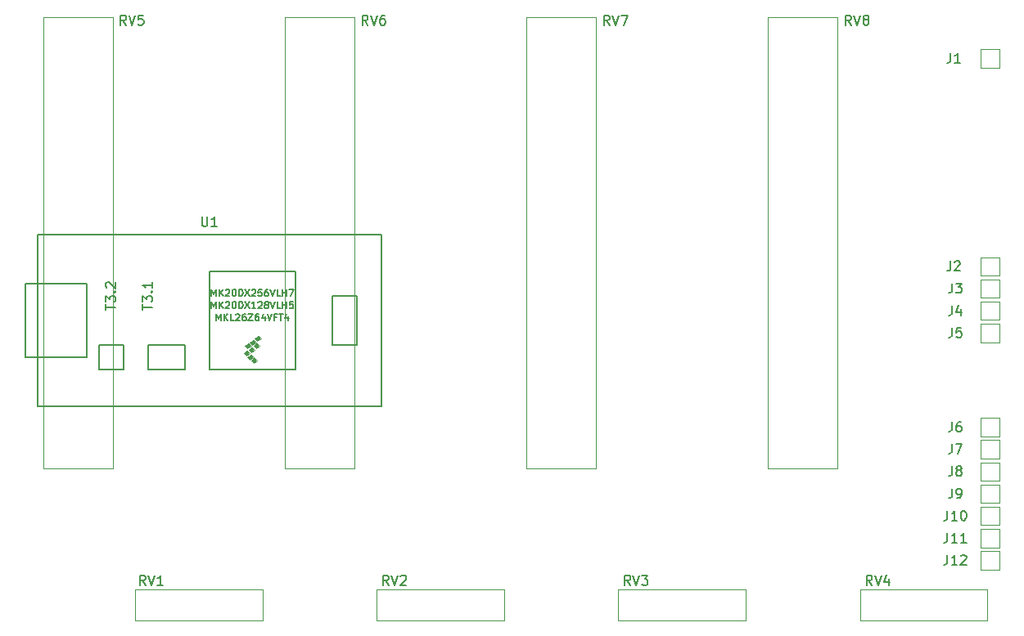
<source format=gbr>
%TF.GenerationSoftware,KiCad,Pcbnew,(6.0.4)*%
%TF.CreationDate,2022-06-07T12:50:28-04:00*%
%TF.ProjectId,midimania,6d696469-6d61-46e6-9961-2e6b69636164,rev?*%
%TF.SameCoordinates,Original*%
%TF.FileFunction,Legend,Top*%
%TF.FilePolarity,Positive*%
%FSLAX46Y46*%
G04 Gerber Fmt 4.6, Leading zero omitted, Abs format (unit mm)*
G04 Created by KiCad (PCBNEW (6.0.4)) date 2022-06-07 12:50:28*
%MOMM*%
%LPD*%
G01*
G04 APERTURE LIST*
%ADD10C,0.150000*%
%ADD11C,0.120000*%
%ADD12C,0.100000*%
G04 APERTURE END LIST*
D10*
%TO.C,J9*%
X195827966Y-120452380D02*
X195827966Y-121166666D01*
X195780347Y-121309523D01*
X195685109Y-121404761D01*
X195542252Y-121452380D01*
X195447014Y-121452380D01*
X196351776Y-121452380D02*
X196542252Y-121452380D01*
X196637490Y-121404761D01*
X196685109Y-121357142D01*
X196780347Y-121214285D01*
X196827966Y-121023809D01*
X196827966Y-120642857D01*
X196780347Y-120547619D01*
X196732728Y-120500000D01*
X196637490Y-120452380D01*
X196447014Y-120452380D01*
X196351776Y-120500000D01*
X196304157Y-120547619D01*
X196256538Y-120642857D01*
X196256538Y-120880952D01*
X196304157Y-120976190D01*
X196351776Y-121023809D01*
X196447014Y-121071428D01*
X196637490Y-121071428D01*
X196732728Y-121023809D01*
X196780347Y-120976190D01*
X196827966Y-120880952D01*
%TO.C,RV6*%
X135404761Y-72445380D02*
X135071428Y-71969190D01*
X134833333Y-72445380D02*
X134833333Y-71445380D01*
X135214285Y-71445380D01*
X135309523Y-71493000D01*
X135357142Y-71540619D01*
X135404761Y-71635857D01*
X135404761Y-71778714D01*
X135357142Y-71873952D01*
X135309523Y-71921571D01*
X135214285Y-71969190D01*
X134833333Y-71969190D01*
X135690476Y-71445380D02*
X136023809Y-72445380D01*
X136357142Y-71445380D01*
X137119047Y-71445380D02*
X136928571Y-71445380D01*
X136833333Y-71493000D01*
X136785714Y-71540619D01*
X136690476Y-71683476D01*
X136642857Y-71873952D01*
X136642857Y-72254904D01*
X136690476Y-72350142D01*
X136738095Y-72397761D01*
X136833333Y-72445380D01*
X137023809Y-72445380D01*
X137119047Y-72397761D01*
X137166666Y-72350142D01*
X137214285Y-72254904D01*
X137214285Y-72016809D01*
X137166666Y-71921571D01*
X137119047Y-71873952D01*
X137023809Y-71826333D01*
X136833333Y-71826333D01*
X136738095Y-71873952D01*
X136690476Y-71921571D01*
X136642857Y-72016809D01*
%TO.C,J8*%
X195827951Y-118145380D02*
X195827951Y-118859666D01*
X195780332Y-119002523D01*
X195685094Y-119097761D01*
X195542237Y-119145380D01*
X195446999Y-119145380D01*
X196446999Y-118573952D02*
X196351761Y-118526333D01*
X196304142Y-118478714D01*
X196256523Y-118383476D01*
X196256523Y-118335857D01*
X196304142Y-118240619D01*
X196351761Y-118193000D01*
X196446999Y-118145380D01*
X196637475Y-118145380D01*
X196732713Y-118193000D01*
X196780332Y-118240619D01*
X196827951Y-118335857D01*
X196827951Y-118383476D01*
X196780332Y-118478714D01*
X196732713Y-118526333D01*
X196637475Y-118573952D01*
X196446999Y-118573952D01*
X196351761Y-118621571D01*
X196304142Y-118669190D01*
X196256523Y-118764428D01*
X196256523Y-118954904D01*
X196304142Y-119050142D01*
X196351761Y-119097761D01*
X196446999Y-119145380D01*
X196637475Y-119145380D01*
X196732713Y-119097761D01*
X196780332Y-119050142D01*
X196827951Y-118954904D01*
X196827951Y-118764428D01*
X196780332Y-118669190D01*
X196732713Y-118621571D01*
X196637475Y-118573952D01*
%TO.C,RV4*%
X187554761Y-130445380D02*
X187221428Y-129969190D01*
X186983333Y-130445380D02*
X186983333Y-129445380D01*
X187364285Y-129445380D01*
X187459523Y-129493000D01*
X187507142Y-129540619D01*
X187554761Y-129635857D01*
X187554761Y-129778714D01*
X187507142Y-129873952D01*
X187459523Y-129921571D01*
X187364285Y-129969190D01*
X186983333Y-129969190D01*
X187840476Y-129445380D02*
X188173809Y-130445380D01*
X188507142Y-129445380D01*
X189269047Y-129778714D02*
X189269047Y-130445380D01*
X189030952Y-129397761D02*
X188792857Y-130112047D01*
X189411904Y-130112047D01*
%TO.C,RV5*%
X110404761Y-72445380D02*
X110071428Y-71969190D01*
X109833333Y-72445380D02*
X109833333Y-71445380D01*
X110214285Y-71445380D01*
X110309523Y-71493000D01*
X110357142Y-71540619D01*
X110404761Y-71635857D01*
X110404761Y-71778714D01*
X110357142Y-71873952D01*
X110309523Y-71921571D01*
X110214285Y-71969190D01*
X109833333Y-71969190D01*
X110690476Y-71445380D02*
X111023809Y-72445380D01*
X111357142Y-71445380D01*
X112166666Y-71445380D02*
X111690476Y-71445380D01*
X111642857Y-71921571D01*
X111690476Y-71873952D01*
X111785714Y-71826333D01*
X112023809Y-71826333D01*
X112119047Y-71873952D01*
X112166666Y-71921571D01*
X112214285Y-72016809D01*
X112214285Y-72254904D01*
X112166666Y-72350142D01*
X112119047Y-72397761D01*
X112023809Y-72445380D01*
X111785714Y-72445380D01*
X111690476Y-72397761D01*
X111642857Y-72350142D01*
%TO.C,J11*%
X195351761Y-125045380D02*
X195351761Y-125759666D01*
X195304142Y-125902523D01*
X195208904Y-125997761D01*
X195066046Y-126045380D01*
X194970808Y-126045380D01*
X196351761Y-126045380D02*
X195780332Y-126045380D01*
X196066046Y-126045380D02*
X196066046Y-125045380D01*
X195970808Y-125188238D01*
X195875570Y-125283476D01*
X195780332Y-125331095D01*
X197304142Y-126045380D02*
X196732713Y-126045380D01*
X197018427Y-126045380D02*
X197018427Y-125045380D01*
X196923189Y-125188238D01*
X196827951Y-125283476D01*
X196732713Y-125331095D01*
%TO.C,J7*%
X195827951Y-115845380D02*
X195827951Y-116559666D01*
X195780332Y-116702523D01*
X195685094Y-116797761D01*
X195542237Y-116845380D01*
X195446999Y-116845380D01*
X196208904Y-115845380D02*
X196875570Y-115845380D01*
X196446999Y-116845380D01*
%TO.C,RV8*%
X185404761Y-72445380D02*
X185071428Y-71969190D01*
X184833333Y-72445380D02*
X184833333Y-71445380D01*
X185214285Y-71445380D01*
X185309523Y-71493000D01*
X185357142Y-71540619D01*
X185404761Y-71635857D01*
X185404761Y-71778714D01*
X185357142Y-71873952D01*
X185309523Y-71921571D01*
X185214285Y-71969190D01*
X184833333Y-71969190D01*
X185690476Y-71445380D02*
X186023809Y-72445380D01*
X186357142Y-71445380D01*
X186833333Y-71873952D02*
X186738095Y-71826333D01*
X186690476Y-71778714D01*
X186642857Y-71683476D01*
X186642857Y-71635857D01*
X186690476Y-71540619D01*
X186738095Y-71493000D01*
X186833333Y-71445380D01*
X187023809Y-71445380D01*
X187119047Y-71493000D01*
X187166666Y-71540619D01*
X187214285Y-71635857D01*
X187214285Y-71683476D01*
X187166666Y-71778714D01*
X187119047Y-71826333D01*
X187023809Y-71873952D01*
X186833333Y-71873952D01*
X186738095Y-71921571D01*
X186690476Y-71969190D01*
X186642857Y-72064428D01*
X186642857Y-72254904D01*
X186690476Y-72350142D01*
X186738095Y-72397761D01*
X186833333Y-72445380D01*
X187023809Y-72445380D01*
X187119047Y-72397761D01*
X187166666Y-72350142D01*
X187214285Y-72254904D01*
X187214285Y-72064428D01*
X187166666Y-71969190D01*
X187119047Y-71921571D01*
X187023809Y-71873952D01*
%TO.C,J10*%
X195351761Y-122745380D02*
X195351761Y-123459666D01*
X195304142Y-123602523D01*
X195208904Y-123697761D01*
X195066046Y-123745380D01*
X194970808Y-123745380D01*
X196351761Y-123745380D02*
X195780332Y-123745380D01*
X196066046Y-123745380D02*
X196066046Y-122745380D01*
X195970808Y-122888238D01*
X195875570Y-122983476D01*
X195780332Y-123031095D01*
X196970808Y-122745380D02*
X197066046Y-122745380D01*
X197161285Y-122793000D01*
X197208904Y-122840619D01*
X197256523Y-122935857D01*
X197304142Y-123126333D01*
X197304142Y-123364428D01*
X197256523Y-123554904D01*
X197208904Y-123650142D01*
X197161285Y-123697761D01*
X197066046Y-123745380D01*
X196970808Y-123745380D01*
X196875570Y-123697761D01*
X196827951Y-123650142D01*
X196780332Y-123554904D01*
X196732713Y-123364428D01*
X196732713Y-123126333D01*
X196780332Y-122935857D01*
X196827951Y-122840619D01*
X196875570Y-122793000D01*
X196970808Y-122745380D01*
%TO.C,RV2*%
X137554761Y-130445380D02*
X137221428Y-129969190D01*
X136983333Y-130445380D02*
X136983333Y-129445380D01*
X137364285Y-129445380D01*
X137459523Y-129493000D01*
X137507142Y-129540619D01*
X137554761Y-129635857D01*
X137554761Y-129778714D01*
X137507142Y-129873952D01*
X137459523Y-129921571D01*
X137364285Y-129969190D01*
X136983333Y-129969190D01*
X137840476Y-129445380D02*
X138173809Y-130445380D01*
X138507142Y-129445380D01*
X138792857Y-129540619D02*
X138840476Y-129493000D01*
X138935714Y-129445380D01*
X139173809Y-129445380D01*
X139269047Y-129493000D01*
X139316666Y-129540619D01*
X139364285Y-129635857D01*
X139364285Y-129731095D01*
X139316666Y-129873952D01*
X138745238Y-130445380D01*
X139364285Y-130445380D01*
%TO.C,J3*%
X195827951Y-99195380D02*
X195827951Y-99909666D01*
X195780332Y-100052523D01*
X195685094Y-100147761D01*
X195542237Y-100195380D01*
X195446999Y-100195380D01*
X196208904Y-99195380D02*
X196827951Y-99195380D01*
X196494618Y-99576333D01*
X196637475Y-99576333D01*
X196732713Y-99623952D01*
X196780332Y-99671571D01*
X196827951Y-99766809D01*
X196827951Y-100004904D01*
X196780332Y-100100142D01*
X196732713Y-100147761D01*
X196637475Y-100195380D01*
X196351761Y-100195380D01*
X196256523Y-100147761D01*
X196208904Y-100100142D01*
%TO.C,J12*%
X195351761Y-127345380D02*
X195351761Y-128059666D01*
X195304142Y-128202523D01*
X195208904Y-128297761D01*
X195066046Y-128345380D01*
X194970808Y-128345380D01*
X196351761Y-128345380D02*
X195780332Y-128345380D01*
X196066046Y-128345380D02*
X196066046Y-127345380D01*
X195970808Y-127488238D01*
X195875570Y-127583476D01*
X195780332Y-127631095D01*
X196732713Y-127440619D02*
X196780332Y-127393000D01*
X196875570Y-127345380D01*
X197113665Y-127345380D01*
X197208904Y-127393000D01*
X197256523Y-127440619D01*
X197304142Y-127535857D01*
X197304142Y-127631095D01*
X197256523Y-127773952D01*
X196685094Y-128345380D01*
X197304142Y-128345380D01*
%TO.C,J2*%
X195666666Y-96895380D02*
X195666666Y-97609666D01*
X195619047Y-97752523D01*
X195523809Y-97847761D01*
X195380952Y-97895380D01*
X195285714Y-97895380D01*
X196095238Y-96990619D02*
X196142857Y-96943000D01*
X196238095Y-96895380D01*
X196476190Y-96895380D01*
X196571428Y-96943000D01*
X196619047Y-96990619D01*
X196666666Y-97085857D01*
X196666666Y-97181095D01*
X196619047Y-97323952D01*
X196047619Y-97895380D01*
X196666666Y-97895380D01*
%TO.C,J5*%
X195827951Y-103795380D02*
X195827951Y-104509666D01*
X195780332Y-104652523D01*
X195685094Y-104747761D01*
X195542237Y-104795380D01*
X195446999Y-104795380D01*
X196780332Y-103795380D02*
X196304142Y-103795380D01*
X196256523Y-104271571D01*
X196304142Y-104223952D01*
X196399380Y-104176333D01*
X196637475Y-104176333D01*
X196732713Y-104223952D01*
X196780332Y-104271571D01*
X196827951Y-104366809D01*
X196827951Y-104604904D01*
X196780332Y-104700142D01*
X196732713Y-104747761D01*
X196637475Y-104795380D01*
X196399380Y-104795380D01*
X196304142Y-104747761D01*
X196256523Y-104700142D01*
%TO.C,U1*%
X118238095Y-92292380D02*
X118238095Y-93101904D01*
X118285714Y-93197142D01*
X118333333Y-93244761D01*
X118428571Y-93292380D01*
X118619047Y-93292380D01*
X118714285Y-93244761D01*
X118761904Y-93197142D01*
X118809523Y-93101904D01*
X118809523Y-92292380D01*
X119809523Y-93292380D02*
X119238095Y-93292380D01*
X119523809Y-93292380D02*
X119523809Y-92292380D01*
X119428571Y-92435238D01*
X119333333Y-92530476D01*
X119238095Y-92578095D01*
X119228333Y-100522666D02*
X119228333Y-99822666D01*
X119461666Y-100322666D01*
X119695000Y-99822666D01*
X119695000Y-100522666D01*
X120028333Y-100522666D02*
X120028333Y-99822666D01*
X120428333Y-100522666D02*
X120128333Y-100122666D01*
X120428333Y-99822666D02*
X120028333Y-100222666D01*
X120695000Y-99889333D02*
X120728333Y-99856000D01*
X120795000Y-99822666D01*
X120961666Y-99822666D01*
X121028333Y-99856000D01*
X121061666Y-99889333D01*
X121095000Y-99956000D01*
X121095000Y-100022666D01*
X121061666Y-100122666D01*
X120661666Y-100522666D01*
X121095000Y-100522666D01*
X121528333Y-99822666D02*
X121595000Y-99822666D01*
X121661666Y-99856000D01*
X121695000Y-99889333D01*
X121728333Y-99956000D01*
X121761666Y-100089333D01*
X121761666Y-100256000D01*
X121728333Y-100389333D01*
X121695000Y-100456000D01*
X121661666Y-100489333D01*
X121595000Y-100522666D01*
X121528333Y-100522666D01*
X121461666Y-100489333D01*
X121428333Y-100456000D01*
X121395000Y-100389333D01*
X121361666Y-100256000D01*
X121361666Y-100089333D01*
X121395000Y-99956000D01*
X121428333Y-99889333D01*
X121461666Y-99856000D01*
X121528333Y-99822666D01*
X122061666Y-100522666D02*
X122061666Y-99822666D01*
X122228333Y-99822666D01*
X122328333Y-99856000D01*
X122395000Y-99922666D01*
X122428333Y-99989333D01*
X122461666Y-100122666D01*
X122461666Y-100222666D01*
X122428333Y-100356000D01*
X122395000Y-100422666D01*
X122328333Y-100489333D01*
X122228333Y-100522666D01*
X122061666Y-100522666D01*
X122695000Y-99822666D02*
X123161666Y-100522666D01*
X123161666Y-99822666D02*
X122695000Y-100522666D01*
X123395000Y-99889333D02*
X123428333Y-99856000D01*
X123495000Y-99822666D01*
X123661666Y-99822666D01*
X123728333Y-99856000D01*
X123761666Y-99889333D01*
X123795000Y-99956000D01*
X123795000Y-100022666D01*
X123761666Y-100122666D01*
X123361666Y-100522666D01*
X123795000Y-100522666D01*
X124428333Y-99822666D02*
X124095000Y-99822666D01*
X124061666Y-100156000D01*
X124095000Y-100122666D01*
X124161666Y-100089333D01*
X124328333Y-100089333D01*
X124395000Y-100122666D01*
X124428333Y-100156000D01*
X124461666Y-100222666D01*
X124461666Y-100389333D01*
X124428333Y-100456000D01*
X124395000Y-100489333D01*
X124328333Y-100522666D01*
X124161666Y-100522666D01*
X124095000Y-100489333D01*
X124061666Y-100456000D01*
X125061666Y-99822666D02*
X124928333Y-99822666D01*
X124861666Y-99856000D01*
X124828333Y-99889333D01*
X124761666Y-99989333D01*
X124728333Y-100122666D01*
X124728333Y-100389333D01*
X124761666Y-100456000D01*
X124795000Y-100489333D01*
X124861666Y-100522666D01*
X124995000Y-100522666D01*
X125061666Y-100489333D01*
X125095000Y-100456000D01*
X125128333Y-100389333D01*
X125128333Y-100222666D01*
X125095000Y-100156000D01*
X125061666Y-100122666D01*
X124995000Y-100089333D01*
X124861666Y-100089333D01*
X124795000Y-100122666D01*
X124761666Y-100156000D01*
X124728333Y-100222666D01*
X125328333Y-99822666D02*
X125561666Y-100522666D01*
X125795000Y-99822666D01*
X126361666Y-100522666D02*
X126028333Y-100522666D01*
X126028333Y-99822666D01*
X126595000Y-100522666D02*
X126595000Y-99822666D01*
X126595000Y-100156000D02*
X126995000Y-100156000D01*
X126995000Y-100522666D02*
X126995000Y-99822666D01*
X127261666Y-99822666D02*
X127728333Y-99822666D01*
X127428333Y-100522666D01*
X112102380Y-101936190D02*
X112102380Y-101364761D01*
X113102380Y-101650476D02*
X112102380Y-101650476D01*
X112102380Y-101126666D02*
X112102380Y-100507619D01*
X112483333Y-100840952D01*
X112483333Y-100698095D01*
X112530952Y-100602857D01*
X112578571Y-100555238D01*
X112673809Y-100507619D01*
X112911904Y-100507619D01*
X113007142Y-100555238D01*
X113054761Y-100602857D01*
X113102380Y-100698095D01*
X113102380Y-100983809D01*
X113054761Y-101079047D01*
X113007142Y-101126666D01*
X113007142Y-100079047D02*
X113054761Y-100031428D01*
X113102380Y-100079047D01*
X113054761Y-100126666D01*
X113007142Y-100079047D01*
X113102380Y-100079047D01*
X113102380Y-99079047D02*
X113102380Y-99650476D01*
X113102380Y-99364761D02*
X112102380Y-99364761D01*
X112245238Y-99460000D01*
X112340476Y-99555238D01*
X112388095Y-99650476D01*
X119228333Y-101792666D02*
X119228333Y-101092666D01*
X119461666Y-101592666D01*
X119695000Y-101092666D01*
X119695000Y-101792666D01*
X120028333Y-101792666D02*
X120028333Y-101092666D01*
X120428333Y-101792666D02*
X120128333Y-101392666D01*
X120428333Y-101092666D02*
X120028333Y-101492666D01*
X120695000Y-101159333D02*
X120728333Y-101126000D01*
X120795000Y-101092666D01*
X120961666Y-101092666D01*
X121028333Y-101126000D01*
X121061666Y-101159333D01*
X121095000Y-101226000D01*
X121095000Y-101292666D01*
X121061666Y-101392666D01*
X120661666Y-101792666D01*
X121095000Y-101792666D01*
X121528333Y-101092666D02*
X121595000Y-101092666D01*
X121661666Y-101126000D01*
X121695000Y-101159333D01*
X121728333Y-101226000D01*
X121761666Y-101359333D01*
X121761666Y-101526000D01*
X121728333Y-101659333D01*
X121695000Y-101726000D01*
X121661666Y-101759333D01*
X121595000Y-101792666D01*
X121528333Y-101792666D01*
X121461666Y-101759333D01*
X121428333Y-101726000D01*
X121395000Y-101659333D01*
X121361666Y-101526000D01*
X121361666Y-101359333D01*
X121395000Y-101226000D01*
X121428333Y-101159333D01*
X121461666Y-101126000D01*
X121528333Y-101092666D01*
X122061666Y-101792666D02*
X122061666Y-101092666D01*
X122228333Y-101092666D01*
X122328333Y-101126000D01*
X122395000Y-101192666D01*
X122428333Y-101259333D01*
X122461666Y-101392666D01*
X122461666Y-101492666D01*
X122428333Y-101626000D01*
X122395000Y-101692666D01*
X122328333Y-101759333D01*
X122228333Y-101792666D01*
X122061666Y-101792666D01*
X122695000Y-101092666D02*
X123161666Y-101792666D01*
X123161666Y-101092666D02*
X122695000Y-101792666D01*
X123795000Y-101792666D02*
X123395000Y-101792666D01*
X123595000Y-101792666D02*
X123595000Y-101092666D01*
X123528333Y-101192666D01*
X123461666Y-101259333D01*
X123395000Y-101292666D01*
X124061666Y-101159333D02*
X124095000Y-101126000D01*
X124161666Y-101092666D01*
X124328333Y-101092666D01*
X124395000Y-101126000D01*
X124428333Y-101159333D01*
X124461666Y-101226000D01*
X124461666Y-101292666D01*
X124428333Y-101392666D01*
X124028333Y-101792666D01*
X124461666Y-101792666D01*
X124861666Y-101392666D02*
X124795000Y-101359333D01*
X124761666Y-101326000D01*
X124728333Y-101259333D01*
X124728333Y-101226000D01*
X124761666Y-101159333D01*
X124795000Y-101126000D01*
X124861666Y-101092666D01*
X124995000Y-101092666D01*
X125061666Y-101126000D01*
X125095000Y-101159333D01*
X125128333Y-101226000D01*
X125128333Y-101259333D01*
X125095000Y-101326000D01*
X125061666Y-101359333D01*
X124995000Y-101392666D01*
X124861666Y-101392666D01*
X124795000Y-101426000D01*
X124761666Y-101459333D01*
X124728333Y-101526000D01*
X124728333Y-101659333D01*
X124761666Y-101726000D01*
X124795000Y-101759333D01*
X124861666Y-101792666D01*
X124995000Y-101792666D01*
X125061666Y-101759333D01*
X125095000Y-101726000D01*
X125128333Y-101659333D01*
X125128333Y-101526000D01*
X125095000Y-101459333D01*
X125061666Y-101426000D01*
X124995000Y-101392666D01*
X125328333Y-101092666D02*
X125561666Y-101792666D01*
X125795000Y-101092666D01*
X126361666Y-101792666D02*
X126028333Y-101792666D01*
X126028333Y-101092666D01*
X126595000Y-101792666D02*
X126595000Y-101092666D01*
X126595000Y-101426000D02*
X126995000Y-101426000D01*
X126995000Y-101792666D02*
X126995000Y-101092666D01*
X127661666Y-101092666D02*
X127328333Y-101092666D01*
X127295000Y-101426000D01*
X127328333Y-101392666D01*
X127395000Y-101359333D01*
X127561666Y-101359333D01*
X127628333Y-101392666D01*
X127661666Y-101426000D01*
X127695000Y-101492666D01*
X127695000Y-101659333D01*
X127661666Y-101726000D01*
X127628333Y-101759333D01*
X127561666Y-101792666D01*
X127395000Y-101792666D01*
X127328333Y-101759333D01*
X127295000Y-101726000D01*
X119711666Y-103062666D02*
X119711666Y-102362666D01*
X119945000Y-102862666D01*
X120178333Y-102362666D01*
X120178333Y-103062666D01*
X120511666Y-103062666D02*
X120511666Y-102362666D01*
X120911666Y-103062666D02*
X120611666Y-102662666D01*
X120911666Y-102362666D02*
X120511666Y-102762666D01*
X121545000Y-103062666D02*
X121211666Y-103062666D01*
X121211666Y-102362666D01*
X121745000Y-102429333D02*
X121778333Y-102396000D01*
X121845000Y-102362666D01*
X122011666Y-102362666D01*
X122078333Y-102396000D01*
X122111666Y-102429333D01*
X122145000Y-102496000D01*
X122145000Y-102562666D01*
X122111666Y-102662666D01*
X121711666Y-103062666D01*
X122145000Y-103062666D01*
X122745000Y-102362666D02*
X122611666Y-102362666D01*
X122545000Y-102396000D01*
X122511666Y-102429333D01*
X122445000Y-102529333D01*
X122411666Y-102662666D01*
X122411666Y-102929333D01*
X122445000Y-102996000D01*
X122478333Y-103029333D01*
X122545000Y-103062666D01*
X122678333Y-103062666D01*
X122745000Y-103029333D01*
X122778333Y-102996000D01*
X122811666Y-102929333D01*
X122811666Y-102762666D01*
X122778333Y-102696000D01*
X122745000Y-102662666D01*
X122678333Y-102629333D01*
X122545000Y-102629333D01*
X122478333Y-102662666D01*
X122445000Y-102696000D01*
X122411666Y-102762666D01*
X123045000Y-102362666D02*
X123511666Y-102362666D01*
X123045000Y-103062666D01*
X123511666Y-103062666D01*
X124078333Y-102362666D02*
X123945000Y-102362666D01*
X123878333Y-102396000D01*
X123845000Y-102429333D01*
X123778333Y-102529333D01*
X123745000Y-102662666D01*
X123745000Y-102929333D01*
X123778333Y-102996000D01*
X123811666Y-103029333D01*
X123878333Y-103062666D01*
X124011666Y-103062666D01*
X124078333Y-103029333D01*
X124111666Y-102996000D01*
X124145000Y-102929333D01*
X124145000Y-102762666D01*
X124111666Y-102696000D01*
X124078333Y-102662666D01*
X124011666Y-102629333D01*
X123878333Y-102629333D01*
X123811666Y-102662666D01*
X123778333Y-102696000D01*
X123745000Y-102762666D01*
X124745000Y-102596000D02*
X124745000Y-103062666D01*
X124578333Y-102329333D02*
X124411666Y-102829333D01*
X124845000Y-102829333D01*
X125011666Y-102362666D02*
X125245000Y-103062666D01*
X125478333Y-102362666D01*
X125945000Y-102696000D02*
X125711666Y-102696000D01*
X125711666Y-103062666D02*
X125711666Y-102362666D01*
X126045000Y-102362666D01*
X126211666Y-102362666D02*
X126611666Y-102362666D01*
X126411666Y-103062666D02*
X126411666Y-102362666D01*
X127145000Y-102596000D02*
X127145000Y-103062666D01*
X126978333Y-102329333D02*
X126811666Y-102829333D01*
X127245000Y-102829333D01*
X108292380Y-101936190D02*
X108292380Y-101364761D01*
X109292380Y-101650476D02*
X108292380Y-101650476D01*
X108292380Y-101126666D02*
X108292380Y-100507619D01*
X108673333Y-100840952D01*
X108673333Y-100698095D01*
X108720952Y-100602857D01*
X108768571Y-100555238D01*
X108863809Y-100507619D01*
X109101904Y-100507619D01*
X109197142Y-100555238D01*
X109244761Y-100602857D01*
X109292380Y-100698095D01*
X109292380Y-100983809D01*
X109244761Y-101079047D01*
X109197142Y-101126666D01*
X109197142Y-100079047D02*
X109244761Y-100031428D01*
X109292380Y-100079047D01*
X109244761Y-100126666D01*
X109197142Y-100079047D01*
X109292380Y-100079047D01*
X108387619Y-99650476D02*
X108340000Y-99602857D01*
X108292380Y-99507619D01*
X108292380Y-99269523D01*
X108340000Y-99174285D01*
X108387619Y-99126666D01*
X108482857Y-99079047D01*
X108578095Y-99079047D01*
X108720952Y-99126666D01*
X109292380Y-99698095D01*
X109292380Y-99079047D01*
%TO.C,J4*%
X195827951Y-101495380D02*
X195827951Y-102209666D01*
X195780332Y-102352523D01*
X195685094Y-102447761D01*
X195542237Y-102495380D01*
X195446999Y-102495380D01*
X196732713Y-101828714D02*
X196732713Y-102495380D01*
X196494618Y-101447761D02*
X196256523Y-102162047D01*
X196875570Y-102162047D01*
%TO.C,J1*%
X195666666Y-75345380D02*
X195666666Y-76059666D01*
X195619047Y-76202523D01*
X195523809Y-76297761D01*
X195380952Y-76345380D01*
X195285714Y-76345380D01*
X196666666Y-76345380D02*
X196095238Y-76345380D01*
X196380952Y-76345380D02*
X196380952Y-75345380D01*
X196285714Y-75488238D01*
X196190476Y-75583476D01*
X196095238Y-75631095D01*
%TO.C,RV3*%
X162554761Y-130445380D02*
X162221428Y-129969190D01*
X161983333Y-130445380D02*
X161983333Y-129445380D01*
X162364285Y-129445380D01*
X162459523Y-129493000D01*
X162507142Y-129540619D01*
X162554761Y-129635857D01*
X162554761Y-129778714D01*
X162507142Y-129873952D01*
X162459523Y-129921571D01*
X162364285Y-129969190D01*
X161983333Y-129969190D01*
X162840476Y-129445380D02*
X163173809Y-130445380D01*
X163507142Y-129445380D01*
X163745238Y-129445380D02*
X164364285Y-129445380D01*
X164030952Y-129826333D01*
X164173809Y-129826333D01*
X164269047Y-129873952D01*
X164316666Y-129921571D01*
X164364285Y-130016809D01*
X164364285Y-130254904D01*
X164316666Y-130350142D01*
X164269047Y-130397761D01*
X164173809Y-130445380D01*
X163888095Y-130445380D01*
X163792857Y-130397761D01*
X163745238Y-130350142D01*
%TO.C,RV7*%
X160404761Y-72445380D02*
X160071428Y-71969190D01*
X159833333Y-72445380D02*
X159833333Y-71445380D01*
X160214285Y-71445380D01*
X160309523Y-71493000D01*
X160357142Y-71540619D01*
X160404761Y-71635857D01*
X160404761Y-71778714D01*
X160357142Y-71873952D01*
X160309523Y-71921571D01*
X160214285Y-71969190D01*
X159833333Y-71969190D01*
X160690476Y-71445380D02*
X161023809Y-72445380D01*
X161357142Y-71445380D01*
X161595238Y-71445380D02*
X162261904Y-71445380D01*
X161833333Y-72445380D01*
%TO.C,RV1*%
X112404761Y-130445380D02*
X112071428Y-129969190D01*
X111833333Y-130445380D02*
X111833333Y-129445380D01*
X112214285Y-129445380D01*
X112309523Y-129493000D01*
X112357142Y-129540619D01*
X112404761Y-129635857D01*
X112404761Y-129778714D01*
X112357142Y-129873952D01*
X112309523Y-129921571D01*
X112214285Y-129969190D01*
X111833333Y-129969190D01*
X112690476Y-129445380D02*
X113023809Y-130445380D01*
X113357142Y-129445380D01*
X114214285Y-130445380D02*
X113642857Y-130445380D01*
X113928571Y-130445380D02*
X113928571Y-129445380D01*
X113833333Y-129588238D01*
X113738095Y-129683476D01*
X113642857Y-129731095D01*
%TO.C,J6*%
X195827951Y-113545380D02*
X195827951Y-114259666D01*
X195780332Y-114402523D01*
X195685094Y-114497761D01*
X195542237Y-114545380D01*
X195446999Y-114545380D01*
X196732713Y-113545380D02*
X196542237Y-113545380D01*
X196446999Y-113593000D01*
X196399380Y-113640619D01*
X196304142Y-113783476D01*
X196256523Y-113973952D01*
X196256523Y-114354904D01*
X196304142Y-114450142D01*
X196351761Y-114497761D01*
X196446999Y-114545380D01*
X196637475Y-114545380D01*
X196732713Y-114497761D01*
X196780332Y-114450142D01*
X196827951Y-114354904D01*
X196827951Y-114116809D01*
X196780332Y-114021571D01*
X196732713Y-113973952D01*
X196637475Y-113926333D01*
X196446999Y-113926333D01*
X196351761Y-113973952D01*
X196304142Y-114021571D01*
X196256523Y-114116809D01*
D11*
%TO.C,J9*%
X200711300Y-120050000D02*
X200711300Y-121950000D01*
X200711300Y-121950000D02*
X198811300Y-121950000D01*
X198811300Y-121950000D02*
X198811300Y-120050000D01*
X198811300Y-120050000D02*
X200711300Y-120050000D01*
%TO.C,RV6*%
X126800000Y-71643000D02*
X134000000Y-71643000D01*
X134000000Y-71643000D02*
X134000000Y-118343000D01*
X134000000Y-118343000D02*
X126800000Y-118343000D01*
X126800000Y-118343000D02*
X126800000Y-71643000D01*
%TO.C,J8*%
X198811285Y-117743000D02*
X200711285Y-117743000D01*
X200711285Y-117743000D02*
X200711285Y-119643000D01*
X200711285Y-119643000D02*
X198811285Y-119643000D01*
X198811285Y-119643000D02*
X198811285Y-117743000D01*
%TO.C,RV4*%
X186300000Y-130893000D02*
X199500000Y-130893000D01*
X199500000Y-130893000D02*
X199500000Y-134093000D01*
X199500000Y-134093000D02*
X186300000Y-134093000D01*
X186300000Y-134093000D02*
X186300000Y-130893000D01*
%TO.C,RV5*%
X101800000Y-71643000D02*
X109000000Y-71643000D01*
X109000000Y-71643000D02*
X109000000Y-118343000D01*
X109000000Y-118343000D02*
X101800000Y-118343000D01*
X101800000Y-118343000D02*
X101800000Y-71643000D01*
%TO.C,J11*%
X198811285Y-126543000D02*
X198811285Y-124643000D01*
X200711285Y-126543000D02*
X198811285Y-126543000D01*
X200711285Y-124643000D02*
X200711285Y-126543000D01*
X198811285Y-124643000D02*
X200711285Y-124643000D01*
%TO.C,J7*%
X198811285Y-117343000D02*
X198811285Y-115443000D01*
X200711285Y-117343000D02*
X198811285Y-117343000D01*
X200711285Y-115443000D02*
X200711285Y-117343000D01*
X198811285Y-115443000D02*
X200711285Y-115443000D01*
%TO.C,RV8*%
X176800000Y-71643000D02*
X184000000Y-71643000D01*
X184000000Y-71643000D02*
X184000000Y-118343000D01*
X184000000Y-118343000D02*
X176800000Y-118343000D01*
X176800000Y-118343000D02*
X176800000Y-71643000D01*
%TO.C,J10*%
X200711285Y-124243000D02*
X198811285Y-124243000D01*
X200711285Y-122343000D02*
X200711285Y-124243000D01*
X198811285Y-122343000D02*
X200711285Y-122343000D01*
X198811285Y-124243000D02*
X198811285Y-122343000D01*
%TO.C,RV2*%
X136300000Y-130893000D02*
X149500000Y-130893000D01*
X149500000Y-130893000D02*
X149500000Y-134093000D01*
X149500000Y-134093000D02*
X136300000Y-134093000D01*
X136300000Y-134093000D02*
X136300000Y-130893000D01*
%TO.C,J3*%
X198811285Y-100693000D02*
X198811285Y-98793000D01*
X198811285Y-98793000D02*
X200711285Y-98793000D01*
X200711285Y-98793000D02*
X200711285Y-100693000D01*
X200711285Y-100693000D02*
X198811285Y-100693000D01*
%TO.C,J12*%
X198811285Y-128843000D02*
X198811285Y-126943000D01*
X200711285Y-126943000D02*
X200711285Y-128843000D01*
X200711285Y-128843000D02*
X198811285Y-128843000D01*
X198811285Y-126943000D02*
X200711285Y-126943000D01*
%TO.C,J2*%
X200711285Y-96493000D02*
X200711285Y-98393000D01*
X198811285Y-96493000D02*
X200711285Y-96493000D01*
X200711285Y-98393000D02*
X198811285Y-98393000D01*
X198811285Y-98393000D02*
X198811285Y-96493000D01*
%TO.C,J5*%
X200711285Y-103393000D02*
X200711285Y-105293000D01*
X200711285Y-105293000D02*
X198811285Y-105293000D01*
X198811285Y-105293000D02*
X198811285Y-103393000D01*
X198811285Y-103393000D02*
X200711285Y-103393000D01*
D10*
%TO.C,U1*%
X134240000Y-105540000D02*
X131700000Y-105540000D01*
X136780000Y-94110000D02*
X136780000Y-111890000D01*
X110110000Y-105540000D02*
X107570000Y-105540000D01*
X116460000Y-105540000D02*
X112650000Y-105540000D01*
X101220000Y-106810000D02*
X99950000Y-106810000D01*
X119000000Y-97920000D02*
X119000000Y-108080000D01*
X136780000Y-111890000D02*
X101220000Y-111890000D01*
X106300000Y-99190000D02*
X101220000Y-99190000D01*
X106300000Y-106810000D02*
X106300000Y-99190000D01*
X112650000Y-108080000D02*
X116460000Y-108080000D01*
X110110000Y-108080000D02*
X110110000Y-105540000D01*
X127890000Y-108080000D02*
X119000000Y-108080000D01*
X99950000Y-106810000D02*
X99950000Y-99190000D01*
X131700000Y-105540000D02*
X131700000Y-100460000D01*
X101220000Y-94110000D02*
X136780000Y-94110000D01*
X101220000Y-111890000D02*
X101220000Y-94110000D01*
X107570000Y-108080000D02*
X110110000Y-108080000D01*
X106300000Y-106810000D02*
X101220000Y-106810000D01*
X131700000Y-100460000D02*
X134240000Y-100460000D01*
X127890000Y-97920000D02*
X119000000Y-97920000D01*
X116460000Y-108080000D02*
X116460000Y-105540000D01*
X134240000Y-100460000D02*
X134240000Y-105540000D01*
X99950000Y-99190000D02*
X101220000Y-99190000D01*
X107570000Y-105540000D02*
X107570000Y-108080000D01*
X127890000Y-108080000D02*
X127890000Y-97920000D01*
X112650000Y-105540000D02*
X112650000Y-108080000D01*
G36*
X123191000Y-106429000D02*
G01*
X122810000Y-106683000D01*
X122556000Y-106429000D01*
X122937000Y-106175000D01*
X123191000Y-106429000D01*
G37*
D12*
X123191000Y-106429000D02*
X122810000Y-106683000D01*
X122556000Y-106429000D01*
X122937000Y-106175000D01*
X123191000Y-106429000D01*
G36*
X123826000Y-105286000D02*
G01*
X123445000Y-105540000D01*
X123191000Y-105286000D01*
X123572000Y-105032000D01*
X123826000Y-105286000D01*
G37*
X123826000Y-105286000D02*
X123445000Y-105540000D01*
X123191000Y-105286000D01*
X123572000Y-105032000D01*
X123826000Y-105286000D01*
G36*
X124207000Y-105667000D02*
G01*
X123826000Y-105921000D01*
X123572000Y-105667000D01*
X123953000Y-105413000D01*
X124207000Y-105667000D01*
G37*
X124207000Y-105667000D02*
X123826000Y-105921000D01*
X123572000Y-105667000D01*
X123953000Y-105413000D01*
X124207000Y-105667000D01*
G36*
X123318000Y-105667000D02*
G01*
X122937000Y-105921000D01*
X122683000Y-105667000D01*
X123064000Y-105413000D01*
X123318000Y-105667000D01*
G37*
X123318000Y-105667000D02*
X122937000Y-105921000D01*
X122683000Y-105667000D01*
X123064000Y-105413000D01*
X123318000Y-105667000D01*
G36*
X123572000Y-106810000D02*
G01*
X123191000Y-107064000D01*
X122937000Y-106810000D01*
X123318000Y-106556000D01*
X123572000Y-106810000D01*
G37*
X123572000Y-106810000D02*
X123191000Y-107064000D01*
X122937000Y-106810000D01*
X123318000Y-106556000D01*
X123572000Y-106810000D01*
G36*
X124334000Y-104905000D02*
G01*
X123953000Y-105159000D01*
X123699000Y-104905000D01*
X124080000Y-104651000D01*
X124334000Y-104905000D01*
G37*
X124334000Y-104905000D02*
X123953000Y-105159000D01*
X123699000Y-104905000D01*
X124080000Y-104651000D01*
X124334000Y-104905000D01*
G36*
X123953000Y-107191000D02*
G01*
X123572000Y-107445000D01*
X123318000Y-107191000D01*
X123699000Y-106937000D01*
X123953000Y-107191000D01*
G37*
X123953000Y-107191000D02*
X123572000Y-107445000D01*
X123318000Y-107191000D01*
X123699000Y-106937000D01*
X123953000Y-107191000D01*
G36*
X123699000Y-106048000D02*
G01*
X123318000Y-106302000D01*
X123064000Y-106048000D01*
X123445000Y-105794000D01*
X123699000Y-106048000D01*
G37*
X123699000Y-106048000D02*
X123318000Y-106302000D01*
X123064000Y-106048000D01*
X123445000Y-105794000D01*
X123699000Y-106048000D01*
D11*
%TO.C,J4*%
X200711285Y-102993000D02*
X198811285Y-102993000D01*
X200711285Y-101093000D02*
X200711285Y-102993000D01*
X198811285Y-102993000D02*
X198811285Y-101093000D01*
X198811285Y-101093000D02*
X200711285Y-101093000D01*
%TO.C,J1*%
X198811285Y-74943000D02*
X200711285Y-74943000D01*
X200711285Y-76843000D02*
X198811285Y-76843000D01*
X200711285Y-74943000D02*
X200711285Y-76843000D01*
X198811285Y-76843000D02*
X198811285Y-74943000D01*
%TO.C,RV3*%
X161300000Y-130893000D02*
X174500000Y-130893000D01*
X174500000Y-130893000D02*
X174500000Y-134093000D01*
X174500000Y-134093000D02*
X161300000Y-134093000D01*
X161300000Y-134093000D02*
X161300000Y-130893000D01*
%TO.C,RV7*%
X151800000Y-71643000D02*
X159000000Y-71643000D01*
X159000000Y-71643000D02*
X159000000Y-118343000D01*
X159000000Y-118343000D02*
X151800000Y-118343000D01*
X151800000Y-118343000D02*
X151800000Y-71643000D01*
%TO.C,RV1*%
X111300000Y-130893000D02*
X124500000Y-130893000D01*
X124500000Y-130893000D02*
X124500000Y-134093000D01*
X124500000Y-134093000D02*
X111300000Y-134093000D01*
X111300000Y-134093000D02*
X111300000Y-130893000D01*
%TO.C,J6*%
X200711285Y-113143000D02*
X200711285Y-115043000D01*
X198811285Y-113143000D02*
X200711285Y-113143000D01*
X198811285Y-115043000D02*
X198811285Y-113143000D01*
X200711285Y-115043000D02*
X198811285Y-115043000D01*
%TD*%
M02*

</source>
